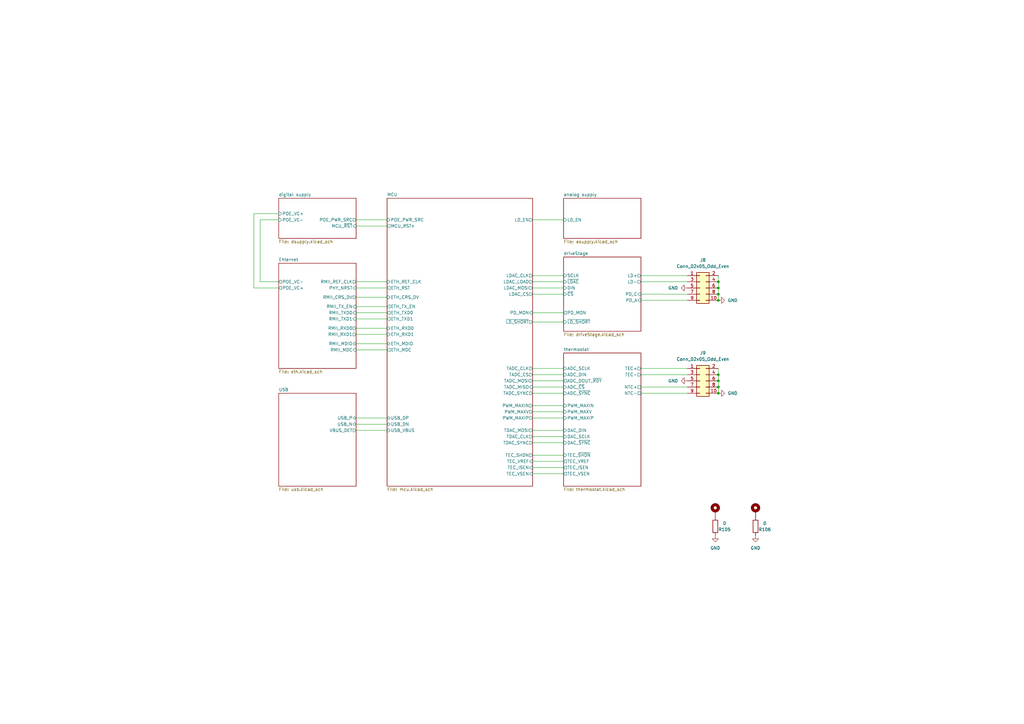
<source format=kicad_sch>
(kicad_sch (version 20211123) (generator eeschema)
  (paper "A3")
  (title_block (title "Kirdy") (date "2022-07-03") (rev "r0.1") (company "M-Labs") (comment 1 "Alex Wong Tat Hang"))
  (lib_symbols
    (symbol "Connector_Generic:Conn_02x05_Odd_Even" (pin_names (offset 1.016) hide)
      (property "Reference" "J" (at 1.27 7.62 0))
      (property "Value" "Conn_02x05_Odd_Even" (at 1.27 -7.62 0))
      (symbol "Conn_02x05_Odd_Even_1_1"
        (rectangle (start -1.27 -4.953) (end 0 -5.207) (stroke (width 0.1524)))
        (rectangle (start -1.27 -2.413) (end 0 -2.667) (stroke (width 0.1524)))
        (rectangle (start -1.27 0.127) (end 0 -0.127) (stroke (width 0.1524)))
        (rectangle (start -1.27 2.667) (end 0 2.413) (stroke (width 0.1524)))
        (rectangle (start -1.27 5.207) (end 0 4.953) (stroke (width 0.1524)))
        (rectangle (start -1.27 6.35) (end 3.81 -6.35) (stroke (width 0.254)) (fill (type background)))
        (rectangle (start 3.81 -4.953) (end 2.54 -5.207) (stroke (width 0.1524)))
        (rectangle (start 3.81 -2.413) (end 2.54 -2.667) (stroke (width 0.1524)))
        (rectangle (start 3.81 0.127) (end 2.54 -0.127) (stroke (width 0.1524)))
        (rectangle (start 3.81 2.667) (end 2.54 2.413) (stroke (width 0.1524)))
        (rectangle (start 3.81 5.207) (end 2.54 4.953) (stroke (width 0.1524)))
        (pin passive line (at -5.08 5.08 0) (length 3.81) (name "Pin_1") (number "1"))
        (pin passive line (at 7.62 -5.08 180) (length 3.81) (name "Pin_10") (number "10"))
        (pin passive line (at 7.62 5.08 180) (length 3.81) (name "Pin_2") (number "2"))
        (pin passive line (at -5.08 2.54 0) (length 3.81) (name "Pin_3") (number "3"))
        (pin passive line (at 7.62 2.54 180) (length 3.81) (name "Pin_4") (number "4"))
        (pin passive line (at -5.08 0 0) (length 3.81) (name "Pin_5") (number "5"))
        (pin passive line (at 7.62 0 180) (length 3.81) (name "Pin_6") (number "6"))
        (pin passive line (at -5.08 -2.54 0) (length 3.81) (name "Pin_7") (number "7"))
        (pin passive line (at 7.62 -2.54 180) (length 3.81) (name "Pin_8") (number "8"))
        (pin passive line (at -5.08 -5.08 0) (length 3.81) (name "Pin_9") (number "9"))
      )
    )
    (symbol "Device:R" (pin_numbers hide) (pin_names (offset 0))
      (property "Reference" "R" (at 2.032 0 90))
      (property "Value" "R" (at 0 0 90))
      (symbol "R_0_1"
        (rectangle (start -1.016 -2.54) (end 1.016 2.54) (stroke (width 0.254)))
      )
      (symbol "R_1_1"
        (pin passive line (at 0 3.81 270) (length 1.27) (name "~") (number "1"))
        (pin passive line (at 0 -3.81 90) (length 1.27) (name "~") (number "2"))
      )
    )
    (symbol "Mechanical:MountingHole_Pad" (pin_numbers hide) (pin_names (offset 1.016) hide)
      (property "Reference" "H" (at 0 6.35 0))
      (property "Value" "MountingHole_Pad" (at 0 4.445 0))
      (symbol "MountingHole_Pad_0_1"
        (circle (center 0 1.27) (radius 1.27) (stroke (width 1.27)))
      )
      (symbol "MountingHole_Pad_1_1"
        (pin input line (at 0 -2.54 90) (length 2.54) (name "1") (number "1"))
      )
    )
    (symbol "power:GND" (power) (pin_names (offset 0))
      (property "Value" "GND" (at 0 -3.81 0))
      (symbol "GND_0_1"
        (polyline (pts (xy 0 0) (xy 0 -1.27) (xy 1.27 -1.27) (xy 0 -2.54) (xy -1.27 -1.27) (xy 0 -1.27)))
      )
      (symbol "GND_1_1"
        (pin power_in line (at 0 0 270) (length 0) hide (name "GND") (number "1"))
      )
    )
  )
  (junction (at 294.64 161.29))
  (junction (at 294.64 118.11))
  (junction (at 294.64 158.75))
  (junction (at 294.64 156.21))
  (junction (at 294.64 120.65))
  (junction (at 294.64 115.57))
  (junction (at 294.64 153.67))
  (junction (at 294.64 123.19))
  (wire (pts (xy 146.05 176.53) (xy 158.75 176.53)))
  (wire (pts (xy 294.64 153.67) (xy 294.64 156.21)))
  (wire (pts (xy 218.44 168.91) (xy 231.14 168.91)))
  (wire (pts (xy 218.44 176.53) (xy 231.14 176.53)))
  (wire (pts (xy 294.64 115.57) (xy 294.64 118.11)))
  (wire (pts (xy 146.05 125.73) (xy 158.75 125.73)))
  (wire (pts (xy 262.89 123.19) (xy 281.94 123.19)))
  (wire (pts (xy 218.44 151.13) (xy 231.14 151.13)))
  (wire (pts (xy 146.05 173.99) (xy 158.75 173.99)))
  (wire (pts (xy 218.44 161.29) (xy 231.14 161.29)))
  (wire (pts (xy 146.05 115.57) (xy 158.75 115.57)))
  (wire (pts (xy 218.44 90.17) (xy 231.14 90.17)))
  (wire (pts (xy 218.44 171.45) (xy 231.14 171.45)))
  (wire (pts (xy 146.05 140.97) (xy 158.75 140.97)))
  (wire (pts (xy 218.44 194.31) (xy 231.14 194.31)))
  (wire (pts (xy 218.44 153.67) (xy 231.14 153.67)))
  (wire (pts (xy 104.14 118.11) (xy 104.14 87.63)))
  (wire (pts (xy 218.44 166.37) (xy 231.14 166.37)))
  (wire (pts (xy 218.44 189.23) (xy 231.14 189.23)))
  (wire (pts (xy 218.44 179.07) (xy 231.14 179.07)))
  (wire (pts (xy 262.89 161.29) (xy 281.94 161.29)))
  (wire (pts (xy 146.05 121.92) (xy 158.75 121.92)))
  (wire (pts (xy 146.05 171.45) (xy 158.75 171.45)))
  (wire (pts (xy 262.89 113.03) (xy 281.94 113.03)))
  (wire (pts (xy 146.05 90.17) (xy 158.75 90.17)))
  (wire (pts (xy 294.64 118.11) (xy 294.64 120.65)))
  (wire (pts (xy 106.68 115.57) (xy 106.68 90.17)))
  (wire (pts (xy 146.05 130.81) (xy 158.75 130.81)))
  (wire (pts (xy 218.44 115.57) (xy 231.14 115.57)))
  (wire (pts (xy 262.89 120.65) (xy 281.94 120.65)))
  (wire (pts (xy 106.68 90.17) (xy 114.3 90.17)))
  (wire (pts (xy 146.05 118.11) (xy 158.75 118.11)))
  (wire (pts (xy 146.05 128.27) (xy 158.75 128.27)))
  (wire (pts (xy 294.64 158.75) (xy 294.64 161.29)))
  (wire (pts (xy 114.3 118.11) (xy 104.14 118.11)))
  (wire (pts (xy 262.89 158.75) (xy 281.94 158.75)))
  (wire (pts (xy 218.44 132.08) (xy 231.14 132.08)))
  (wire (pts (xy 146.05 134.62) (xy 158.75 134.62)))
  (wire (pts (xy 218.44 118.11) (xy 231.14 118.11)))
  (wire (pts (xy 294.64 120.65) (xy 294.64 123.19)))
  (wire (pts (xy 218.44 156.21) (xy 231.14 156.21)))
  (wire (pts (xy 218.44 128.27) (xy 231.14 128.27)))
  (wire (pts (xy 218.44 186.69) (xy 231.14 186.69)))
  (wire (pts (xy 218.44 181.61) (xy 231.14 181.61)))
  (wire (pts (xy 218.44 158.75) (xy 231.14 158.75)))
  (wire (pts (xy 294.64 113.03) (xy 294.64 115.57)))
  (wire (pts (xy 218.44 120.65) (xy 231.14 120.65)))
  (wire (pts (xy 104.14 87.63) (xy 114.3 87.63)))
  (wire (pts (xy 262.89 151.13) (xy 281.94 151.13)))
  (wire (pts (xy 114.3 115.57) (xy 106.68 115.57)))
  (wire (pts (xy 262.89 153.67) (xy 281.94 153.67)))
  (wire (pts (xy 294.64 156.21) (xy 294.64 158.75)))
  (wire (pts (xy 146.05 143.51) (xy 158.75 143.51)))
  (wire (pts (xy 262.89 115.57) (xy 281.94 115.57)))
  (wire (pts (xy 218.44 191.77) (xy 231.14 191.77)))
  (wire (pts (xy 146.05 92.71) (xy 158.75 92.71)))
  (wire (pts (xy 218.44 113.03) (xy 231.14 113.03)))
  (wire (pts (xy 294.64 151.13) (xy 294.64 153.67)))
  (wire (pts (xy 146.05 137.16) (xy 158.75 137.16)))
  (symbol (lib_id "Connector_Generic:Conn_02x05_Odd_Even") (at 287.02 156.21 0) (unit 1)
    (property "Reference" "J9" (at 288.29 144.78 0))
    (property "Value" "Conn_02x05_Odd_Even" (at 288.29 147.32 0))
    (property "Footprint" "Connector_PinHeader_2.54mm:PinHeader_2x05_P2.54mm_Vertical_SMD" (effects hide))
    (property "MFR_PN" "3020-10-0300-00" (effects hide))
    (property "MFR_PN_ALT" "SBH11-NBPC-D05-SM-BK" (effects hide))
  )
  (symbol (lib_id "power:GND") (at 309.88 219.71 0) (unit 1)
    (property "Reference" "#PWR0175" (effects hide))
    (property "Value" "GND" (at 309.88 224.79 0))
  )
  (symbol (lib_id "Device:R") (at 293.37 215.9 180) (unit 1)
    (property "Reference" "R105" (at 297.18 217.17 0))
    (property "Value" "0" (at 297.18 214.63 0))
    (property "Footprint" "Resistor_SMD:R_0603_1608Metric" (effects hide))
    (property "MFR_PN" "RMCF0603ZT0R00" (effects hide))
    (property "MFR_PN_ALT" "CR0603-J/-000ELF" (effects hide))
  )
  (symbol (lib_id "power:GND") (at 294.64 161.29 90) (unit 1)
    (property "Reference" "#PWR0159" (effects hide))
    (property "Value" "GND" (at 298.45 161.2899 90) (effects (justify right)))
  )
  (symbol (lib_id "power:GND") (at 281.94 118.11 270) (unit 1)
    (property "Reference" "#PWR0156" (effects hide))
    (property "Value" "GND" (at 278.13 118.1099 90) (effects (justify right)))
  )
  (symbol (lib_id "power:GND") (at 294.64 123.19 90) (unit 1)
    (property "Reference" "#PWR0158" (effects hide))
    (property "Value" "GND" (at 298.45 123.1899 90) (effects (justify right)))
  )
  (symbol (lib_id "Mechanical:MountingHole_Pad") (at 293.37 209.55 0) (unit 1)
    (property "Reference" "H1" (effects hide))
    (property "Value" "MountingHole_Pad" (effects hide))
    (property "Footprint" "MountingHole:MountingHole_2.7mm_M2.5_Pad_Via" (effects hide))
  )
  (symbol (lib_id "Mechanical:MountingHole_Pad") (at 309.88 209.55 0) (unit 1)
    (property "Reference" "H2" (effects hide))
    (property "Value" "MountingHole_Pad" (effects hide))
    (property "Footprint" "MountingHole:MountingHole_2.7mm_M2.5_Pad_Via" (effects hide))
  )
  (symbol (lib_id "Connector_Generic:Conn_02x05_Odd_Even") (at 287.02 118.11 0) (unit 1)
    (property "Reference" "J8" (at 288.29 106.68 0))
    (property "Value" "Conn_02x05_Odd_Even" (at 288.29 109.22 0))
    (property "Footprint" "Connector_PinHeader_2.54mm:PinHeader_2x05_P2.54mm_Vertical_SMD" (effects hide))
    (property "MFR_PN" "3020-10-0300-00" (effects hide))
    (property "MFR_PN_ALT" "SBH11-NBPC-D05-SM-BK" (effects hide))
  )
  (symbol (lib_id "power:GND") (at 293.37 219.71 0) (unit 1)
    (property "Reference" "#PWR0174" (effects hide))
    (property "Value" "GND" (at 293.37 224.79 0))
  )
  (symbol (lib_id "power:GND") (at 281.94 156.21 270) (unit 1)
    (property "Reference" "#PWR0157" (effects hide))
    (property "Value" "GND" (at 278.13 156.2099 90) (effects (justify right)))
  )
  (symbol (lib_id "Device:R") (at 309.88 215.9 180) (unit 1)
    (property "Reference" "R106" (at 313.69 217.17 0))
    (property "Value" "0" (at 313.69 214.63 0))
    (property "Footprint" "Resistor_SMD:R_0603_1608Metric" (effects hide))
    (property "MFR_PN" "RMCF0603ZT0R00" (effects hide))
    (property "MFR_PN_ALT" "CR0603-J/-000ELF" (effects hide))
  )
  (sheet (at 114.3 107.95) (size 31.75 43.18) (stroke (width 0.1524))
    (property "Sheet name" "Ehternet" (at 114.3 107.2384 0) (effects (justify left bottom)))
    (property "Sheet file" "eth.kicad_sch" (at 114.3 151.7146 0) (effects (justify left top)))
    (pin "RMII_MDIO" bidirectional (at 146.05 140.97 0))
    (pin "PHY_NRST" input (at 146.05 118.11 0))
    (pin "RMII_MDC" input (at 146.05 143.51 0))
    (pin "RMII_CRS_DV" output (at 146.05 121.92 0))
    (pin "RMII_TX_EN" input (at 146.05 125.73 0))
    (pin "RMII_TXD0" input (at 146.05 128.27 0))
    (pin "RMII_TXD1" input (at 146.05 130.81 0))
    (pin "RMII_RXD0" output (at 146.05 134.62 0))
    (pin "RMII_RXD1" output (at 146.05 137.16 0))
    (pin "POE_VC-" output (at 114.3 115.57 180))
    (pin "POE_VC+" output (at 114.3 118.11 180))
    (pin "RMII_REF_CLK" output (at 146.05 115.57 0))
  )
  (sheet (at 114.3 161.29) (size 31.75 38.1) (stroke (width 0.1524))
    (property "Sheet name" "USB" (at 114.3 160.5784 0) (effects (justify left bottom)))
    (property "Sheet file" "usb.kicad_sch" (at 114.3 199.9746 0) (effects (justify left top)))
    (pin "USB_N" bidirectional (at 146.05 173.99 0))
    (pin "USB_P" bidirectional (at 146.05 171.45 0))
    (pin "VBUS_DET" output (at 146.05 176.53 0))
  )
  (sheet (at 231.14 105.41) (size 31.75 30.48) (stroke (width 0.1524))
    (property "Sheet name" "driveStage" (at 231.14 104.6984 0) (effects (justify left bottom)))
    (property "Sheet file" "driveStage.kicad_sch" (at 231.14 136.4746 0) (effects (justify left top)))
    (pin "LD-" output (at 262.89 115.57 0))
    (pin "LD+" output (at 262.89 113.03 0))
    (pin "SCLK" input (at 231.14 113.03 180))
    (pin "DIN" input (at 231.14 118.11 180))
    (pin "~{LDAC}" input (at 231.14 115.57 180))
    (pin "~{CS}" input (at 231.14 120.65 180))
    (pin "PD_A" input (at 262.89 123.19 0))
    (pin "PD_C" input (at 262.89 120.65 0))
    (pin "PD_MON" output (at 231.14 128.27 180))
    (pin "~{LD_SHORT}" input (at 231.14 132.08 180))
  )
  (sheet (at 114.3 81.28) (size 31.75 16.51) (stroke (width 0.1524))
    (property "Sheet name" "digital supply" (at 114.3 80.5684 0) (effects (justify left bottom)))
    (property "Sheet file" "dsupply.kicad_sch" (at 114.3 98.3746 0) (effects (justify left top)))
    (pin "POE_VC-" input (at 114.3 90.17 180))
    (pin "MCU_~{RST}" input (at 146.05 92.71 0))
    (pin "POE_VC+" input (at 114.3 87.63 180))
    (pin "POE_PWR_SRC" output (at 146.05 90.17 0))
  )
  (sheet (at 231.14 144.78) (size 31.75 54.61) (stroke (width 0.1524))
    (property "Sheet name" "thermostat" (at 231.14 144.0684 0) (effects (justify left bottom)))
    (property "Sheet file" "thermostat.kicad_sch" (at 231.14 199.9746 0) (effects (justify left top)))
    (pin "TEC-" output (at 262.89 153.67 0))
    (pin "TEC+" output (at 262.89 151.13 0))
    (pin "NTC-" passive (at 262.89 161.29 0))
    (pin "NTC+" passive (at 262.89 158.75 0))
    (pin "DAC_~{SYNC}" input (at 231.14 181.61 180))
    (pin "DAC_SCLK" input (at 231.14 179.07 180))
    (pin "DAC_DIN" input (at 231.14 176.53 180))
    (pin "PWM_MAXV" input (at 231.14 168.91 180))
    (pin "ADC_SCLK" input (at 231.14 151.13 180))
    (pin "ADC_DIN" input (at 231.14 153.67 180))
    (pin "ADC_DOUT_~{RDY}" output (at 231.14 156.21 180))
    (pin "ADC_~{CS}" input (at 231.14 158.75 180))
    (pin "ADC_~{SYNC}" input (at 231.14 161.29 180))
    (pin "PWM_MAXIN" input (at 231.14 166.37 180))
    (pin "PWM_MAXIP" input (at 231.14 171.45 180))
    (pin "TEC_~{SHDN}" input (at 231.14 186.69 180))
    (pin "TEC_ISEN" output (at 231.14 191.77 180))
    (pin "TEC_VREF" output (at 231.14 189.23 180))
    (pin "TEC_VSEN" output (at 231.14 194.31 180))
  )
  (sheet (at 231.14 81.28) (size 31.75 16.51) (stroke (width 0.1524))
    (property "Sheet name" "analog supply" (at 231.14 80.5684 0) (effects (justify left bottom)))
    (property "Sheet file" "asupply.kicad_sch" (at 231.14 98.3746 0) (effects (justify left top)))
    (pin "LD_EN" input (at 231.14 90.17 180))
  )
  (sheet (at 158.75 81.28) (size 59.69 118.11) (stroke (width 0.1524))
    (property "Sheet name" "MCU" (at 158.75 80.5684 0) (effects (justify left bottom)))
    (property "Sheet file" "mcu.kicad_sch" (at 158.75 199.9746 0) (effects (justify left top)))
    (pin "ETH_RST" output (at 158.75 118.11 180))
    (pin "ETH_MDIO" bidirectional (at 158.75 140.97 180))
    (pin "PD_MON" input (at 218.44 128.27 0))
    (pin "TEC_SHDN" output (at 218.44 186.69 0))
    (pin "TEC_VREF" input (at 218.44 189.23 0))
    (pin "ETH_CRS_DV" input (at 158.75 121.92 180))
    (pin "USB_VBUS" input (at 158.75 176.53 180))
    (pin "TEC_ISEN" input (at 218.44 191.77 0))
    (pin "TEC_VSEN" input (at 218.44 194.31 0))
    (pin "USB_DP" bidirectional (at 158.75 171.45 180))
    (pin "USB_DN" bidirectional (at 158.75 173.99 180))
    (pin "TADC_CS" output (at 218.44 153.67 0))
    (pin "LDAC_CLK" output (at 218.44 113.03 0))
    (pin "ETH_TX_EN" output (at 158.75 125.73 180))
    (pin "ETH_TXD0" output (at 158.75 128.27 180))
    (pin "ETH_TXD1" output (at 158.75 130.81 180))
    (pin "LDAC_LOAD" output (at 218.44 115.57 0))
    (pin "POE_PWR_SRC" input (at 158.75 90.17 180))
    (pin "ETH_RXD0" input (at 158.75 134.62 180))
    (pin "ETH_RXD1" input (at 158.75 137.16 180))
    (pin "LDAC_MOSI" output (at 218.44 118.11 0))
    (pin "TADC_MOSI" output (at 218.44 156.21 0))
    (pin "TADC_MISO" input (at 218.44 158.75 0))
    (pin "PWM_MAXIP" output (at 218.44 171.45 0))
    (pin "ETH_MDC" output (at 158.75 143.51 180))
    (pin "LDAC_CS" output (at 218.44 120.65 0))
    (pin "TADC_SYNC" output (at 218.44 161.29 0))
    (pin "TDAC_CLK" output (at 218.44 179.07 0))
    (pin "TDAC_SYNC" output (at 218.44 181.61 0))
    (pin "TDAC_MOSI" output (at 218.44 176.53 0))
    (pin "PWM_MAXIN" output (at 218.44 166.37 0))
    (pin "PWM_MAXV" output (at 218.44 168.91 0))
    (pin "TADC_CLK" output (at 218.44 151.13 0))
    (pin "ETH_REF_CLK" input (at 158.75 115.57 180))
    (pin "MCU_RSTn" output (at 158.75 92.71 180))
    (pin "LD_EN" output (at 218.44 90.17 0))
    (pin "~{LD_SHORT}" output (at 218.44 132.08 0))
  )
)
</source>
